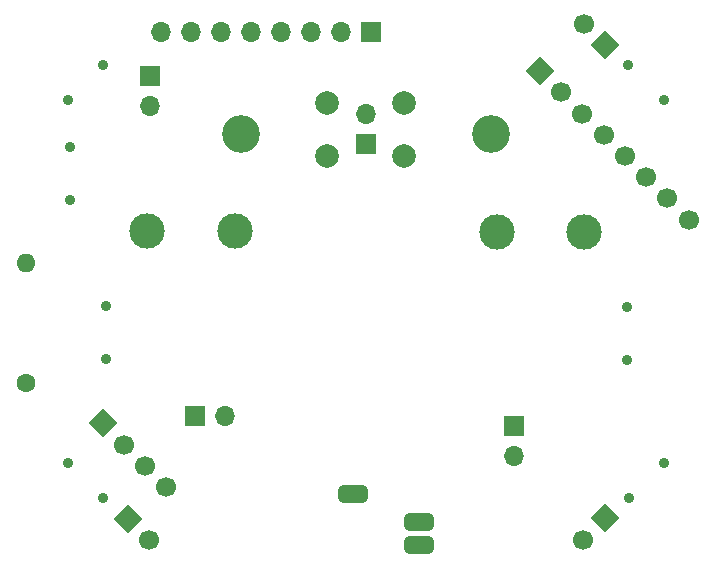
<source format=gbs>
G04 #@! TF.GenerationSoftware,KiCad,Pcbnew,7.0.10*
G04 #@! TF.CreationDate,2024-07-17T21:57:28-05:00*
G04 #@! TF.ProjectId,Swarm Robot,53776172-6d20-4526-9f62-6f742e6b6963,rev?*
G04 #@! TF.SameCoordinates,Original*
G04 #@! TF.FileFunction,Soldermask,Bot*
G04 #@! TF.FilePolarity,Negative*
%FSLAX46Y46*%
G04 Gerber Fmt 4.6, Leading zero omitted, Abs format (unit mm)*
G04 Created by KiCad (PCBNEW 7.0.10) date 2024-07-17 21:57:28*
%MOMM*%
%LPD*%
G01*
G04 APERTURE LIST*
G04 Aperture macros list*
%AMRoundRect*
0 Rectangle with rounded corners*
0 $1 Rounding radius*
0 $2 $3 $4 $5 $6 $7 $8 $9 X,Y pos of 4 corners*
0 Add a 4 corners polygon primitive as box body*
4,1,4,$2,$3,$4,$5,$6,$7,$8,$9,$2,$3,0*
0 Add four circle primitives for the rounded corners*
1,1,$1+$1,$2,$3*
1,1,$1+$1,$4,$5*
1,1,$1+$1,$6,$7*
1,1,$1+$1,$8,$9*
0 Add four rect primitives between the rounded corners*
20,1,$1+$1,$2,$3,$4,$5,0*
20,1,$1+$1,$4,$5,$6,$7,0*
20,1,$1+$1,$6,$7,$8,$9,0*
20,1,$1+$1,$8,$9,$2,$3,0*%
%AMHorizOval*
0 Thick line with rounded ends*
0 $1 width*
0 $2 $3 position (X,Y) of the first rounded end (center of the circle)*
0 $4 $5 position (X,Y) of the second rounded end (center of the circle)*
0 Add line between two ends*
20,1,$1,$2,$3,$4,$5,0*
0 Add two circle primitives to create the rounded ends*
1,1,$1,$2,$3*
1,1,$1,$4,$5*%
%AMRotRect*
0 Rectangle, with rotation*
0 The origin of the aperture is its center*
0 $1 length*
0 $2 width*
0 $3 Rotation angle, in degrees counterclockwise*
0 Add horizontal line*
21,1,$1,$2,0,0,$3*%
G04 Aperture macros list end*
%ADD10C,3.200000*%
%ADD11C,0.900000*%
%ADD12C,2.000000*%
%ADD13RoundRect,0.375000X0.875000X0.375000X-0.875000X0.375000X-0.875000X-0.375000X0.875000X-0.375000X0*%
%ADD14R,1.700000X1.700000*%
%ADD15O,1.700000X1.700000*%
%ADD16RotRect,1.700000X1.700000X45.000000*%
%ADD17HorizOval,1.700000X0.000000X0.000000X0.000000X0.000000X0*%
%ADD18RotRect,1.700000X1.700000X225.000000*%
%ADD19HorizOval,1.700000X0.000000X0.000000X0.000000X0.000000X0*%
%ADD20C,3.000000*%
%ADD21RotRect,1.700000X1.700000X315.000000*%
%ADD22HorizOval,1.700000X0.000000X0.000000X0.000000X0.000000X0*%
%ADD23C,1.600000*%
%ADD24O,1.600000X1.600000*%
G04 APERTURE END LIST*
D10*
X160580000Y-87500000D03*
X139430000Y-87500000D03*
D11*
X127754991Y-118342513D03*
X124749787Y-115337309D03*
D12*
X146750000Y-84850000D03*
X153250000Y-84850000D03*
X146750000Y-89350000D03*
X153250000Y-89350000D03*
D11*
X175250213Y-115334009D03*
X172245009Y-118339213D03*
X172100000Y-102150000D03*
X172100000Y-106650000D03*
D13*
X154471000Y-122282750D03*
X154471000Y-120377750D03*
X148916000Y-118032750D03*
D14*
X150400000Y-78840000D03*
D15*
X147860000Y-78840000D03*
X145320000Y-78840000D03*
X142780000Y-78840000D03*
X140240000Y-78840000D03*
X137700000Y-78840000D03*
X135160000Y-78840000D03*
X132620000Y-78840000D03*
D14*
X162530000Y-112275000D03*
D15*
X162530000Y-114815000D03*
D16*
X164747898Y-82197898D03*
D17*
X166543949Y-83993949D03*
X168340000Y-85790000D03*
X170136052Y-87586052D03*
X171932103Y-89382103D03*
X173728154Y-91178154D03*
X175524205Y-92974205D03*
X177320257Y-94770257D03*
X133101148Y-117401148D03*
X131305096Y-115605096D03*
X129509045Y-113809045D03*
D16*
X127712994Y-112012994D03*
D11*
X124930000Y-88630000D03*
X124930000Y-93130000D03*
D18*
X170246051Y-79966051D03*
D19*
X168450000Y-78170000D03*
D11*
X172237398Y-81660398D03*
X175242602Y-84665602D03*
D20*
X138900000Y-95700000D03*
X131500000Y-95700000D03*
D16*
X129873949Y-120073949D03*
D17*
X131670000Y-121870000D03*
D14*
X131730000Y-82600000D03*
D15*
X131730000Y-85140000D03*
D11*
X124749787Y-84665991D03*
X127754991Y-81660787D03*
D21*
X170210000Y-120060000D03*
D22*
X168413949Y-121856051D03*
D14*
X135550000Y-111350000D03*
D15*
X138090000Y-111350000D03*
D11*
X128000000Y-102050000D03*
X128000000Y-106550000D03*
D20*
X161100000Y-95800000D03*
X168500000Y-95800000D03*
D23*
X121270000Y-108560000D03*
D24*
X121270000Y-98400000D03*
D14*
X150000000Y-88375000D03*
D15*
X150000000Y-85835000D03*
M02*

</source>
